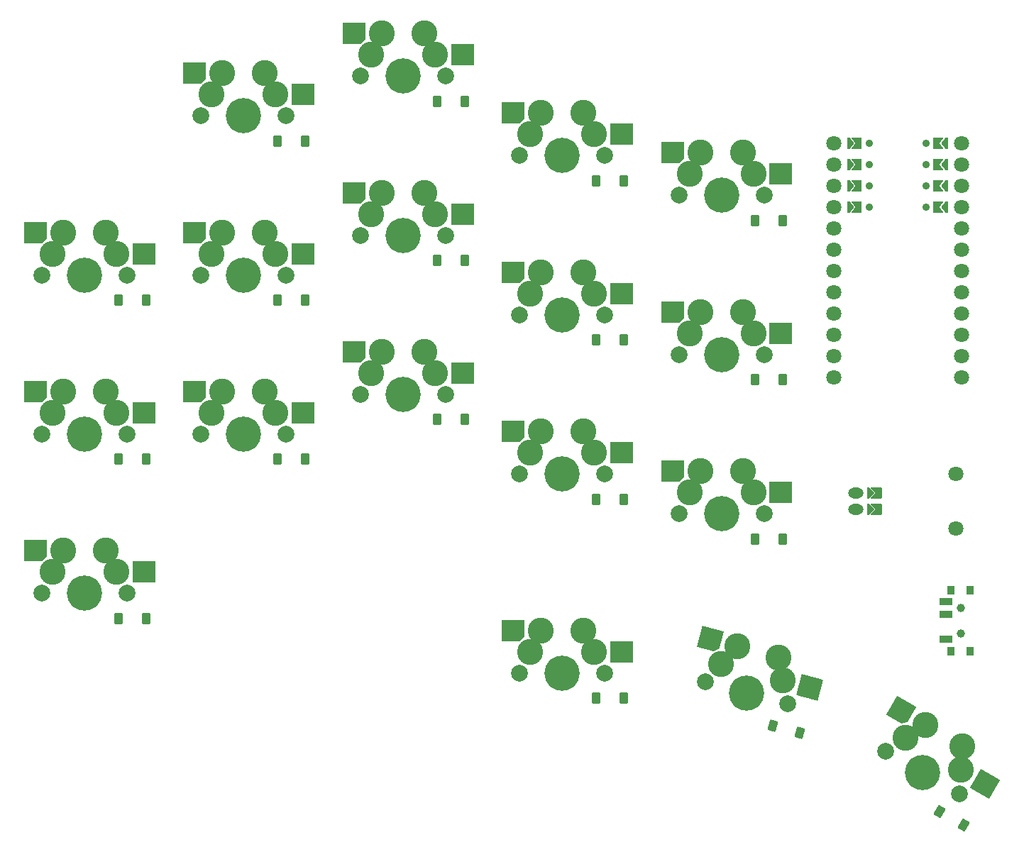
<source format=gbr>
%TF.GenerationSoftware,KiCad,Pcbnew,9.0.7*%
%TF.CreationDate,2026-01-25T01:01:47-05:00*%
%TF.ProjectId,pcb,7063622e-6b69-4636-9164-5f7063625858,rev?*%
%TF.SameCoordinates,Original*%
%TF.FileFunction,Soldermask,Top*%
%TF.FilePolarity,Negative*%
%FSLAX46Y46*%
G04 Gerber Fmt 4.6, Leading zero omitted, Abs format (unit mm)*
G04 Created by KiCad (PCBNEW 9.0.7) date 2026-01-25 01:01:47*
%MOMM*%
%LPD*%
G01*
G04 APERTURE LIST*
G04 Aperture macros list*
%AMRoundRect*
0 Rectangle with rounded corners*
0 $1 Rounding radius*
0 $2 $3 $4 $5 $6 $7 $8 $9 X,Y pos of 4 corners*
0 Add a 4 corners polygon primitive as box body*
4,1,4,$2,$3,$4,$5,$6,$7,$8,$9,$2,$3,0*
0 Add four circle primitives for the rounded corners*
1,1,$1+$1,$2,$3*
1,1,$1+$1,$4,$5*
1,1,$1+$1,$6,$7*
1,1,$1+$1,$8,$9*
0 Add four rect primitives between the rounded corners*
20,1,$1+$1,$2,$3,$4,$5,0*
20,1,$1+$1,$4,$5,$6,$7,0*
20,1,$1+$1,$6,$7,$8,$9,0*
20,1,$1+$1,$8,$9,$2,$3,0*%
%AMFreePoly0*
4,1,14,1.310355,1.285355,1.325000,1.250000,1.325000,-0.750000,1.310355,-0.785355,0.810355,-1.285355,0.775000,-1.300000,-1.275000,-1.300000,-1.310355,-1.285355,-1.325000,-1.250000,-1.325000,1.250000,-1.310355,1.285355,-1.275000,1.300000,1.275000,1.300000,1.310355,1.285355,1.310355,1.285355,$1*%
%AMFreePoly1*
4,1,16,-0.214645,0.660355,-0.210957,0.656235,0.289043,0.031235,0.299694,-0.005522,0.289043,-0.031235,-0.210957,-0.656235,-0.244478,-0.674694,-0.250000,-0.675000,-0.500000,-0.675000,-0.535355,-0.660355,-0.550000,-0.625000,-0.550000,0.625000,-0.535355,0.660355,-0.500000,0.675000,-0.250000,0.675000,-0.214645,0.660355,-0.214645,0.660355,$1*%
%AMFreePoly2*
4,1,16,0.535355,0.660355,0.550000,0.625000,0.550000,-0.625000,0.535355,-0.660355,0.500000,-0.675000,-0.650000,-0.675000,-0.685355,-0.660355,-0.700000,-0.625000,-0.689043,-0.593765,-0.214031,0.000000,-0.689043,0.593765,-0.699694,0.630522,-0.681235,0.664043,-0.650000,0.675000,0.500000,0.675000,0.535355,0.660355,0.535355,0.660355,$1*%
%AMFreePoly3*
4,1,14,0.035355,0.435355,0.635355,-0.164645,0.650000,-0.200000,0.650000,-0.400000,0.635355,-0.435355,0.600000,-0.450000,-0.600000,-0.450000,-0.635355,-0.435355,-0.650000,-0.400000,-0.650000,-0.200000,-0.635355,-0.164645,-0.035355,0.435355,0.000000,0.450000,0.035355,0.435355,0.035355,0.435355,$1*%
%AMFreePoly4*
4,1,16,0.635355,0.285355,0.650000,0.250000,0.650000,-1.000000,0.635355,-1.035355,0.600000,-1.050000,0.564645,-1.035355,0.000000,-0.470710,-0.564645,-1.035355,-0.600000,-1.050000,-0.635355,-1.035355,-0.650000,-1.000000,-0.650000,0.250000,-0.635355,0.285355,-0.600000,0.300000,0.600000,0.300000,0.635355,0.285355,0.635355,0.285355,$1*%
G04 Aperture macros list end*
%ADD10C,4.200000*%
%ADD11C,2.000000*%
%ADD12C,3.100000*%
%ADD13RoundRect,0.050000X-1.275000X-1.250000X1.275000X-1.250000X1.275000X1.250000X-1.275000X1.250000X0*%
%ADD14FreePoly0,0.000000*%
%ADD15RoundRect,0.050000X-1.555079X-0.877413X0.908032X-1.537402X1.555079X0.877413X-0.908032X1.537402X0*%
%ADD16FreePoly0,345.000000*%
%ADD17RoundRect,0.050000X-1.729182X-0.445032X0.479182X-1.720032X1.729182X0.445032X-0.479182X1.720032X0*%
%ADD18FreePoly0,330.000000*%
%ADD19RoundRect,0.050000X0.450000X0.600000X-0.450000X0.600000X-0.450000X-0.600000X0.450000X-0.600000X0*%
%ADD20RoundRect,0.050000X0.589958X0.463087X-0.279375X0.696024X-0.589958X-0.463087X0.279375X-0.696024X0*%
%ADD21RoundRect,0.050000X0.689711X0.294615X-0.089711X0.744615X-0.689711X-0.294615X0.089711X-0.744615X0*%
%ADD22C,1.800000*%
%ADD23C,0.900000*%
%ADD24FreePoly1,0.000000*%
%ADD25FreePoly2,0.000000*%
%ADD26FreePoly2,180.000000*%
%ADD27FreePoly1,180.000000*%
%ADD28O,1.850000X1.300000*%
%ADD29FreePoly3,270.000000*%
%ADD30FreePoly4,270.000000*%
%ADD31RoundRect,0.050000X0.400000X-0.500000X0.400000X0.500000X-0.400000X0.500000X-0.400000X-0.500000X0*%
%ADD32RoundRect,0.050000X0.750000X-0.350000X0.750000X0.350000X-0.750000X0.350000X-0.750000X-0.350000X0*%
%ADD33C,1.000000*%
G04 APERTURE END LIST*
D10*
%TO.C,S1*%
X87000000Y-115000000D03*
D11*
X92080000Y-115000000D03*
X81920000Y-115000000D03*
D12*
X84460000Y-109920000D03*
X90810000Y-112460000D03*
D13*
X94085000Y-112460000D03*
D14*
X81158000Y-109920000D03*
D12*
X89540000Y-109920000D03*
X83190000Y-112460000D03*
%TD*%
D10*
%TO.C,S2*%
X87000000Y-96000000D03*
D11*
X92080000Y-96000000D03*
X81920000Y-96000000D03*
D12*
X84460000Y-90920000D03*
X90810000Y-93460000D03*
D13*
X94085000Y-93460000D03*
D14*
X81158000Y-90920000D03*
D12*
X89540000Y-90920000D03*
X83190000Y-93460000D03*
%TD*%
D10*
%TO.C,S3*%
X87000000Y-77000000D03*
D11*
X92080000Y-77000000D03*
X81920000Y-77000000D03*
D12*
X84460000Y-71920000D03*
X90810000Y-74460000D03*
D13*
X94085000Y-74460000D03*
D14*
X81158000Y-71920000D03*
D12*
X89540000Y-71920000D03*
X83190000Y-74460000D03*
%TD*%
D10*
%TO.C,S4*%
X106000000Y-96000000D03*
D11*
X111080000Y-96000000D03*
X100920000Y-96000000D03*
D12*
X103460000Y-90920000D03*
X109810000Y-93460000D03*
D13*
X113085000Y-93460000D03*
D14*
X100158000Y-90920000D03*
D12*
X108540000Y-90920000D03*
X102190000Y-93460000D03*
%TD*%
D10*
%TO.C,S5*%
X106000000Y-77000000D03*
D11*
X111080000Y-77000000D03*
X100920000Y-77000000D03*
D12*
X103460000Y-71920000D03*
X109810000Y-74460000D03*
D13*
X113085000Y-74460000D03*
D14*
X100158000Y-71920000D03*
D12*
X108540000Y-71920000D03*
X102190000Y-74460000D03*
%TD*%
D10*
%TO.C,S6*%
X106000000Y-58000000D03*
D11*
X111080000Y-58000000D03*
X100920000Y-58000000D03*
D12*
X103460000Y-52920000D03*
X109810000Y-55460000D03*
D13*
X113085000Y-55460000D03*
D14*
X100158000Y-52920000D03*
D12*
X108540000Y-52920000D03*
X102190000Y-55460000D03*
%TD*%
D10*
%TO.C,S7*%
X125000000Y-91250000D03*
D11*
X130080000Y-91250000D03*
X119920000Y-91250000D03*
D12*
X122460000Y-86170000D03*
X128810000Y-88710000D03*
D13*
X132085000Y-88710000D03*
D14*
X119158000Y-86170000D03*
D12*
X127540000Y-86170000D03*
X121190000Y-88710000D03*
%TD*%
D10*
%TO.C,S8*%
X125000000Y-72250000D03*
D11*
X130080000Y-72250000D03*
X119920000Y-72250000D03*
D12*
X122460000Y-67170000D03*
X128810000Y-69710000D03*
D13*
X132085000Y-69710000D03*
D14*
X119158000Y-67170000D03*
D12*
X127540000Y-67170000D03*
X121190000Y-69710000D03*
%TD*%
D10*
%TO.C,S9*%
X125000000Y-53250000D03*
D11*
X130080000Y-53250000D03*
X119920000Y-53250000D03*
D12*
X122460000Y-48170000D03*
X128810000Y-50710000D03*
D13*
X132085000Y-50710000D03*
D14*
X119158000Y-48170000D03*
D12*
X127540000Y-48170000D03*
X121190000Y-50710000D03*
%TD*%
D10*
%TO.C,S10*%
X144000000Y-100750000D03*
D11*
X149080000Y-100750000D03*
X138920000Y-100750000D03*
D12*
X141460000Y-95670000D03*
X147810000Y-98210000D03*
D13*
X151085000Y-98210000D03*
D14*
X138158000Y-95670000D03*
D12*
X146540000Y-95670000D03*
X140190000Y-98210000D03*
%TD*%
D10*
%TO.C,S11*%
X144000000Y-81750000D03*
D11*
X149080000Y-81750000D03*
X138920000Y-81750000D03*
D12*
X141460000Y-76670000D03*
X147810000Y-79210000D03*
D13*
X151085000Y-79210000D03*
D14*
X138158000Y-76670000D03*
D12*
X146540000Y-76670000D03*
X140190000Y-79210000D03*
%TD*%
D10*
%TO.C,S12*%
X144000000Y-62750000D03*
D11*
X149080000Y-62750000D03*
X138920000Y-62750000D03*
D12*
X141460000Y-57670000D03*
X147810000Y-60210000D03*
D13*
X151085000Y-60210000D03*
D14*
X138158000Y-57670000D03*
D12*
X146540000Y-57670000D03*
X140190000Y-60210000D03*
%TD*%
D10*
%TO.C,S13*%
X163000000Y-105500000D03*
D11*
X168080000Y-105500000D03*
X157920000Y-105500000D03*
D12*
X160460000Y-100420000D03*
X166810000Y-102960000D03*
D13*
X170085000Y-102960000D03*
D14*
X157158000Y-100420000D03*
D12*
X165540000Y-100420000D03*
X159190000Y-102960000D03*
%TD*%
D10*
%TO.C,S14*%
X163000000Y-86500000D03*
D11*
X168080000Y-86500000D03*
X157920000Y-86500000D03*
D12*
X160460000Y-81420000D03*
X166810000Y-83960000D03*
D13*
X170085000Y-83960000D03*
D14*
X157158000Y-81420000D03*
D12*
X165540000Y-81420000D03*
X159190000Y-83960000D03*
%TD*%
D10*
%TO.C,S15*%
X163000000Y-67500000D03*
D11*
X168080000Y-67500000D03*
X157920000Y-67500000D03*
D12*
X160460000Y-62420000D03*
X166810000Y-64960000D03*
D13*
X170085000Y-64960000D03*
D14*
X157158000Y-62420000D03*
D12*
X165540000Y-62420000D03*
X159190000Y-64960000D03*
%TD*%
D10*
%TO.C,S16*%
X144000000Y-124500000D03*
D11*
X149080000Y-124500000D03*
X138920000Y-124500000D03*
D12*
X141460000Y-119420000D03*
X147810000Y-121960000D03*
D13*
X151085000Y-121960000D03*
D14*
X138158000Y-119420000D03*
D12*
X146540000Y-119420000D03*
X140190000Y-121960000D03*
%TD*%
D10*
%TO.C,S17*%
X166000000Y-126875000D03*
D11*
X170906903Y-128189801D03*
X161093097Y-125560199D03*
D12*
X164861349Y-121310696D03*
X170337578Y-125407649D03*
D15*
X173500985Y-126255281D03*
D16*
X161671862Y-120456076D03*
D12*
X169768252Y-122625497D03*
X162977223Y-123435448D03*
%TD*%
D10*
%TO.C,S18*%
X187000000Y-136375000D03*
D11*
X191399409Y-138915000D03*
X182600591Y-133835000D03*
D12*
X187340295Y-130705591D03*
X191569557Y-136080295D03*
D17*
X194405790Y-137717795D03*
D18*
X184480680Y-129054591D03*
D12*
X191739705Y-133245591D03*
X184970443Y-132270295D03*
%TD*%
D19*
%TO.C,D1*%
X94350000Y-118000000D03*
X91050000Y-118000000D03*
%TD*%
%TO.C,D2*%
X94350000Y-99000000D03*
X91050000Y-99000000D03*
%TD*%
%TO.C,D3*%
X94350000Y-80000000D03*
X91050000Y-80000000D03*
%TD*%
%TO.C,D4*%
X113350000Y-99000000D03*
X110050000Y-99000000D03*
%TD*%
%TO.C,D5*%
X113350000Y-80000000D03*
X110050000Y-80000000D03*
%TD*%
%TO.C,D6*%
X113350000Y-61000000D03*
X110050000Y-61000000D03*
%TD*%
%TO.C,D7*%
X132350000Y-94250000D03*
X129050000Y-94250000D03*
%TD*%
%TO.C,D8*%
X132350000Y-75250000D03*
X129050000Y-75250000D03*
%TD*%
%TO.C,D9*%
X132350000Y-56250000D03*
X129050000Y-56250000D03*
%TD*%
%TO.C,D10*%
X151350000Y-103750000D03*
X148050000Y-103750000D03*
%TD*%
%TO.C,D11*%
X151350000Y-84750000D03*
X148050000Y-84750000D03*
%TD*%
%TO.C,D12*%
X151350000Y-65750000D03*
X148050000Y-65750000D03*
%TD*%
%TO.C,D13*%
X170350000Y-108500000D03*
X167050000Y-108500000D03*
%TD*%
%TO.C,D14*%
X170350000Y-89500000D03*
X167050000Y-89500000D03*
%TD*%
%TO.C,D15*%
X170350000Y-70500000D03*
X167050000Y-70500000D03*
%TD*%
%TO.C,D16*%
X151350000Y-127500000D03*
X148050000Y-127500000D03*
%TD*%
D20*
%TO.C,D17*%
X172323098Y-131675097D03*
X169135542Y-130820995D03*
%TD*%
D21*
%TO.C,D18*%
X191865287Y-142648076D03*
X189007403Y-140998076D03*
%TD*%
D22*
%TO.C,MCU1*%
X176380000Y-61300000D03*
X191620000Y-61300000D03*
D23*
X180600000Y-61300000D03*
X187400000Y-61300000D03*
D24*
X178500000Y-61300000D03*
D25*
X179225000Y-61300000D03*
D26*
X188775000Y-61300000D03*
D27*
X189500000Y-61300000D03*
D22*
X176380000Y-63840000D03*
X191620000Y-63840000D03*
D23*
X180600000Y-63840000D03*
X187400000Y-63840000D03*
D24*
X178500000Y-63840000D03*
D25*
X179225000Y-63840000D03*
D26*
X188775000Y-63840000D03*
D27*
X189500000Y-63840000D03*
D22*
X176380000Y-66380000D03*
X191620000Y-66380000D03*
D23*
X180600000Y-66380000D03*
X187400000Y-66380000D03*
D24*
X178500000Y-66380000D03*
D25*
X179225000Y-66380000D03*
D26*
X188775000Y-66380000D03*
D27*
X189500000Y-66380000D03*
D22*
X176380000Y-68920000D03*
X191620000Y-68920000D03*
D23*
X180600000Y-68920000D03*
X187400000Y-68920000D03*
D24*
X178500000Y-68920000D03*
D25*
X179225000Y-68920000D03*
D26*
X188775000Y-68920000D03*
D27*
X189500000Y-68920000D03*
D22*
X176380000Y-71460000D03*
X191620000Y-71460000D03*
X176380000Y-74000000D03*
X191620000Y-74000000D03*
X176380000Y-76540000D03*
X191620000Y-76540000D03*
X176380000Y-79080000D03*
X191620000Y-79080000D03*
X176380000Y-81620000D03*
X191620000Y-81620000D03*
X176380000Y-84160000D03*
X191620000Y-84160000D03*
X176380000Y-86700000D03*
X191620000Y-86700000D03*
X176380000Y-89240000D03*
X191620000Y-89240000D03*
%TD*%
D28*
%TO.C,JST1*%
X179000000Y-105000000D03*
X179000000Y-103000000D03*
D29*
X180800000Y-105000000D03*
X180800000Y-103000000D03*
D30*
X181816000Y-105000000D03*
X181816000Y-103000000D03*
%TD*%
D22*
%TO.C,RST1*%
X191000000Y-107250000D03*
X191000000Y-100750000D03*
%TD*%
D31*
%TO.C,PWR1*%
X192625000Y-114600000D03*
X190415000Y-114600000D03*
X190415000Y-121900000D03*
X192625000Y-121900000D03*
D32*
X189765000Y-120500000D03*
X189765000Y-117500000D03*
X189765000Y-116000000D03*
D33*
X191525000Y-116750000D03*
X191525000Y-119750000D03*
%TD*%
M02*

</source>
